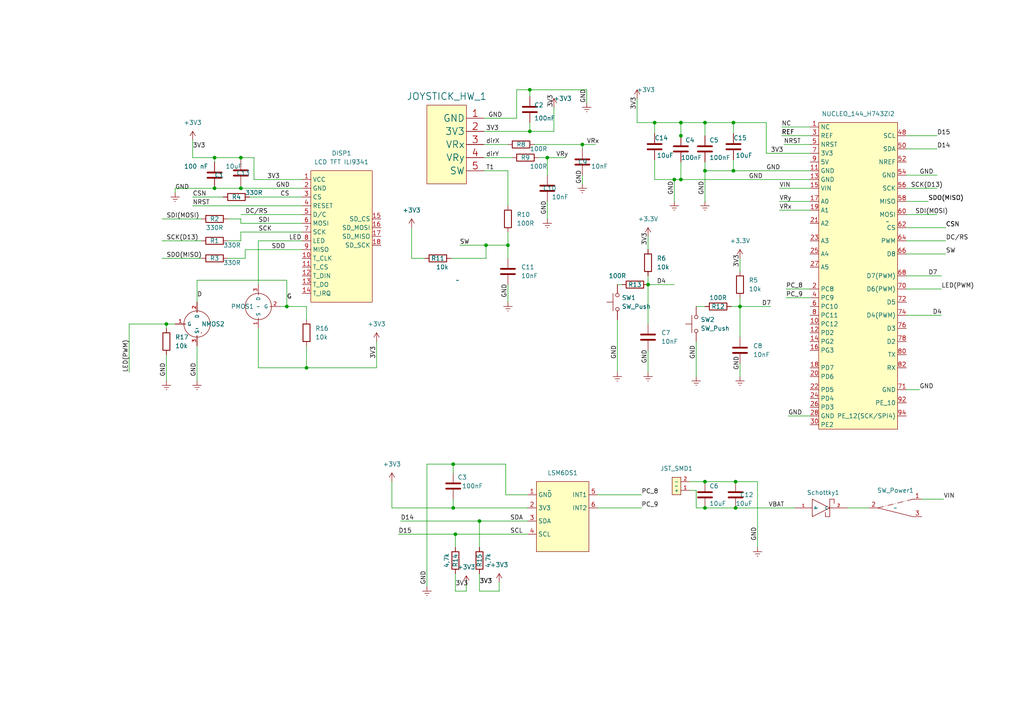
<source format=kicad_sch>
(kicad_sch (version 20230121) (generator eeschema)
  (paper "A4")
  (lib_symbols
    (symbol "BornaLibrary:LCD_TFT_2.4"
      (property "Reference" "DISP" (at 0 -21.59 0))
      (property "Value" "LCD TFT ILI9341" (at 0 -24.13 0))
      (symbol "LCD_TFT_2.4_1_1"
        (rectangle (start -8.89 17.78) (end 8.89 -20.32) (fill (type background)))
        (pin input line (at -11.43 15.24 0) (length 2.54) (name "VCC") (number "1"))
        (pin input line (at -11.43 -7.62 0) (length 2.54) (name "T_CLK") (number "10"))
        (pin input line (at -11.43 -10.16 0) (length 2.54) (name "T_CS") (number "11"))
        (pin input line (at -11.43 -12.7 0) (length 2.54) (name "T_DIN") (number "12"))
        (pin input line (at -11.43 -15.24 0) (length 2.54) (name "T_DO") (number "13"))
        (pin input line (at -11.43 -17.78 0) (length 2.54) (name "T_IRQ") (number "14"))
        (pin input line (at 11.43 3.81 180) (length 2.54) (name "SD_CS") (number "15"))
        (pin input line (at 11.43 1.27 180) (length 2.54) (name "SD_MOSI") (number "16"))
        (pin input line (at 11.43 -1.27 180) (length 2.54) (name "SD_MISO") (number "17"))
        (pin input line (at 11.43 -3.81 180) (length 2.54) (name "SD_SCK") (number "18"))
        (pin input line (at -11.43 12.7 0) (length 2.54) (name "GND") (number "2"))
        (pin input line (at -11.43 10.16 0) (length 2.54) (name "CS") (number "3"))
        (pin input line (at -11.43 7.62 0) (length 2.54) (name "RESET") (number "4"))
        (pin input line (at -11.43 5.08 0) (length 2.54) (name "D/C") (number "5"))
        (pin input line (at -11.43 2.54 0) (length 2.54) (name "MOSI") (number "6"))
        (pin input line (at -11.43 0 0) (length 2.54) (name "SCK") (number "7"))
        (pin input line (at -11.43 -2.54 0) (length 2.54) (name "LED") (number "8"))
        (pin input line (at -11.43 -5.08 0) (length 2.54) (name "MISO") (number "9"))
      )
    )
    (symbol "Device:C" (pin_numbers hide) (pin_names (offset 0.254))
      (property "Reference" "C" (at 0.635 2.54 0))
      (property "Value" "C" (at 0.635 -2.54 0))
      (symbol "C_0_1"
        (polyline (pts (xy -2.032 -0.762) (xy 2.032 -0.762)) (stroke (width 0.508)))
        (polyline (pts (xy -2.032 0.762) (xy 2.032 0.762)) (stroke (width 0.508)))
      )
      (symbol "C_1_1"
        (pin passive line (at 0 3.81 270) (length 2.794) (name "~") (number "1"))
        (pin passive line (at 0 -3.81 90) (length 2.794) (name "~") (number "2"))
      )
    )
    (symbol "Device:R" (pin_numbers hide) (pin_names (offset 0))
      (property "Reference" "R" (at 2.032 0 90))
      (property "Value" "R" (at 0 0 90))
      (symbol "R_0_1"
        (rectangle (start -1.016 -2.54) (end 1.016 2.54) (stroke (width 0.254)))
      )
      (symbol "R_1_1"
        (pin passive line (at 0 3.81 270) (length 1.27) (name "~") (number "1"))
        (pin passive line (at 0 -3.81 90) (length 1.27) (name "~") (number "2"))
      )
    )
    (symbol "JOYSTICK_symbol:joystick_HW_504"
      (property "Reference" "JOYSTICK_HW_504" (at 0.635 16.764 0))
      (symbol "joystick_HW_504_1_1"
        (rectangle (start -6.35 11.43) (end 5.08 -11.43) (fill (type background)))
        (pin input line (at 10.16 7.62 180) (length 5) (name "GND") (number "1"))
        (pin input line (at 10.16 3.81 180) (length 5) (name "3V3") (number "2"))
        (pin input line (at 10.16 0 180) (length 5) (name "VRx") (number "3"))
        (pin input line (at 10.16 -3.81 180) (length 5) (name "VRy") (number "4"))
        (pin input line (at 10.16 -7.62 180) (length 5) (name "SW") (number "5"))
      )
    )
    (symbol "JST:JST"
      (property "Reference" "JST_SMD" (at 0 3.81 0))
      (symbol "JST_1_1"
        (rectangle (start -1.27 2.54) (end 1.27 -2.54) (fill (type background)))
        (pin input line (at 3.81 -1.27 180) (length 2.54) (name "+") (number "1"))
        (pin input line (at 3.81 1.27 180) (length 2.54) (name "-") (number "2"))
      )
    )
    (symbol "LSM6DS3_symbol:LSM6DS3"
      (property "Reference" "LSM6DS3" (at -2.54 10.16 0))
      (symbol "LSM6DS3_1_1"
        (rectangle (start -7.62 8.89) (end 7.62 -11.43) (fill (type background)))
        (pin input line (at -10.16 5.08 0) (length 2.54) (name "GND") (number "1"))
        (pin input line (at -10.16 1.27 0) (length 2.54) (name "3V3") (number "2"))
        (pin input line (at -10.16 -2.54 0) (length 2.54) (name "SDA") (number "3"))
        (pin input line (at -10.16 -6.35 0) (length 2.54) (name "SCL") (number "4"))
        (pin input line (at 10.16 5.08 180) (length 2.54) (name "INT1") (number "5"))
        (pin input line (at 10.16 1.27 180) (length 2.54) (name "INT2") (number "6"))
      )
    )
    (symbol "NMOS_symbol:NMOS"
      (property "Reference" "NMOS" (at 5.08 1.27 0))
      (symbol "NMOS_0_1"
        (circle (center 0 1.27) (radius 3.81))
        (circle (center 1.27 -1.27) (radius 0.0001))
      )
      (symbol "NMOS_1_1"
        (pin input line (at -6.35 1.27 0) (length 3) (name "G") (number "1"))
        (pin input line (at 0 7.62 270) (length 3) (name "D") (number "2"))
        (pin input line (at 0 -5.08 90) (length 3) (name "S") (number "3"))
      )
    )
    (symbol "NUCLEO_SYMBOL:NUCLEO_144"
      (property "Reference" "NUCLEO_144_H743ZI2" (at -0.254 40.894 0))
      (symbol "NUCLEO_144_1_1"
        (rectangle (start -11.43 39.37) (end 11.43 -49.53) (fill (type background)))
        (pin bidirectional line (at -13.97 38.1 0) (length 2.54) (name "NC") (number "1"))
        (pin bidirectional line (at -13.97 -19.05 0) (length 2.54) (name "PC12") (number "10"))
        (pin bidirectional line (at -13.97 25.4 0) (length 2.54) (name "GND") (number "11"))
        (pin bidirectional line (at -13.97 -21.59 0) (length 2.54) (name "PD2") (number "12"))
        (pin bidirectional line (at -13.97 22.86 0) (length 2.54) (name "GND") (number "13"))
        (pin bidirectional line (at -13.97 -24.13 0) (length 2.54) (name "PG2") (number "14"))
        (pin bidirectional line (at -13.97 20.32 0) (length 2.54) (name "VIN") (number "15"))
        (pin bidirectional line (at -13.97 -26.67 0) (length 2.54) (name "PG3") (number "16"))
        (pin bidirectional line (at -13.97 16.51 0) (length 2.54) (name "A0") (number "17"))
        (pin bidirectional line (at -13.97 -31.75 0) (length 2.54) (name "PD7") (number "18"))
        (pin bidirectional line (at -13.97 13.97 0) (length 2.54) (name "A1") (number "19"))
        (pin bidirectional line (at -13.97 -8.89 0) (length 2.54) (name "PC8") (number "2"))
        (pin bidirectional line (at -13.97 -34.29 0) (length 2.54) (name "PD6") (number "20"))
        (pin bidirectional line (at -13.97 10.16 0) (length 2.54) (name "A2") (number "21"))
        (pin bidirectional line (at -13.97 -38.1 0) (length 2.54) (name "PD5") (number "22"))
        (pin bidirectional line (at -13.97 5.08 0) (length 2.54) (name "A3") (number "23"))
        (pin bidirectional line (at -13.97 -40.64 0) (length 2.54) (name "PD4") (number "24"))
        (pin bidirectional line (at -13.97 1.27 0) (length 2.54) (name "A4") (number "25"))
        (pin bidirectional line (at -13.97 -43.18 0) (length 2.54) (name "PD3") (number "26"))
        (pin bidirectional line (at -13.97 -2.54 0) (length 2.54) (name "A5") (number "27"))
        (pin bidirectional line (at -13.97 -45.72 0) (length 2.54) (name "GND") (number "28"))
        (pin bidirectional line (at -13.97 35.56 0) (length 2.54) (name "REF") (number "3"))
        (pin bidirectional line (at -13.97 -48.26 0) (length 2.54) (name "PE2") (number "30"))
        (pin bidirectional line (at -13.97 -11.43 0) (length 2.54) (name "PC9") (number "4"))
        (pin bidirectional line (at 13.97 35.56 180) (length 2.54) (name "SCL") (number "48"))
        (pin input line (at -13.97 33.02 0) (length 2.54) (name "NRST") (number "5"))
        (pin bidirectional line (at 13.97 31.75 180) (length 2.54) (name "SDA") (number "50"))
        (pin bidirectional line (at 13.97 27.94 180) (length 2.54) (name "NREF") (number "52"))
        (pin bidirectional line (at 13.97 24.13 180) (length 2.54) (name "GND") (number "54"))
        (pin bidirectional line (at 13.97 20.32 180) (length 2.54) (name "SCK") (number "56"))
        (pin bidirectional line (at 13.97 16.51 180) (length 2.54) (name "MISO") (number "58"))
        (pin bidirectional line (at -13.97 -13.97 0) (length 2.54) (name "PC10") (number "6"))
        (pin bidirectional line (at 13.97 12.7 180) (length 2.54) (name "MOSI") (number "60"))
        (pin bidirectional line (at 13.97 8.89 180) (length 2.54) (name "CS") (number "62"))
        (pin bidirectional line (at 13.97 5.08 180) (length 2.54) (name "PWM") (number "64"))
        (pin bidirectional line (at 13.97 1.27 180) (length 2.54) (name "D8") (number "66"))
        (pin bidirectional line (at 13.97 -5.08 180) (length 2.54) (name "D7(PWM)") (number "68"))
        (pin bidirectional line (at -13.97 30.48 0) (length 2.54) (name "3V3") (number "7"))
        (pin bidirectional line (at 13.97 -8.89 180) (length 2.54) (name "D6(PWM)") (number "70"))
        (pin bidirectional line (at 13.97 -38.1 180) (length 2.54) (name "GND") (number "71"))
        (pin bidirectional line (at 13.97 -12.7 180) (length 2.54) (name "D5") (number "72"))
        (pin bidirectional line (at 13.97 -16.51 180) (length 2.54) (name "D4(PWM)") (number "74"))
        (pin bidirectional line (at 13.97 -20.32 180) (length 2.54) (name "D3") (number "76"))
        (pin bidirectional line (at 13.97 -24.13 180) (length 2.54) (name "D2") (number "78"))
        (pin bidirectional line (at -13.97 -16.51 0) (length 2.54) (name "PC11") (number "8"))
        (pin bidirectional line (at 13.97 -27.94 180) (length 2.54) (name "TX") (number "80"))
        (pin bidirectional line (at 13.97 -31.75 180) (length 2.54) (name "RX") (number "82"))
        (pin bidirectional line (at -13.97 27.94 0) (length 2.54) (name "5V") (number "9"))
        (pin bidirectional line (at 13.97 -41.91 180) (length 2.54) (name "PE_10") (number "92"))
        (pin bidirectional line (at 13.97 -45.72 180) (length 2.54) (name "PE_12(SCK/SPI4)") (number "94"))
      )
    )
    (symbol "PMOS_symbol:PMOS"
      (property "Reference" "PMOS" (at 7.62 -1.27 0))
      (symbol "PMOS_0_1"
        (circle (center 0 0) (radius 3.81))
      )
      (symbol "PMOS_1_1"
        (pin input line (at 0 6.35 270) (length 3) (name "S") (number "1"))
        (pin input line (at -6.35 0 0) (length 3) (name "G") (number "2"))
        (pin input line (at 0 -6.35 90) (length 3) (name "D") (number "3"))
      )
    )
    (symbol "Power_Switch:P_SW"
      (property "Reference" "Power_Switch" (at 1.1176 5.1308 0))
      (symbol "P_SW_0_1"
        (polyline (pts (xy -5.08 0) (xy 5.08 -2.54)))
      )
      (symbol "P_SW_1_1"
        (polyline (pts (xy -5.08 0) (xy 5.08 2.54)) (stroke (width 0) (type dash_dot)))
        (pin input line (at 7.62 2.54 180) (length 2.54) (name "") (number "1"))
        (pin input line (at -7.62 0 0) (length 2.54) (name "") (number "2"))
        (pin input line (at 7.62 -2.54 180) (length 2.54) (name "") (number "3"))
      )
    )
    (symbol "Schottky_Dsymbol:Schottky_D"
      (property "Reference" "Schottky" (at 0 3.81 0))
      (symbol "Schottky_D_0_1"
        (polyline (pts (xy 5.08 2.54) (xy 5.08 1.27)))
        (polyline (pts (xy -1.27 2.54) (xy -1.27 -2.54) (xy 3.81 0) (xy -1.27 2.54)))
        (polyline (pts (xy 5.08 2.54) (xy 3.81 2.54) (xy 3.81 -2.54) (xy 2.54 -2.54) (xy 2.54 -1.27)))
      )
      (symbol "Schottky_D_1_1"
        (pin input line (at -6.35 0 0) (length 5) (name "A") (number "1"))
        (pin input line (at 8.89 0 180) (length 5) (name "C") (number "2"))
      )
    )
    (symbol "Switch:SW_Push" (pin_numbers hide) (pin_names (offset 1.016) hide)
      (property "Reference" "SW" (at 1.27 2.54 0))
      (property "Value" "SW_Push" (at 0 -1.524 0))
      (symbol "SW_Push_0_1"
        (circle (center -2.032 0) (radius 0.508))
        (polyline (pts (xy 0 1.27) (xy 0 3.048)))
        (polyline (pts (xy 2.54 1.27) (xy -2.54 1.27)))
        (circle (center 2.032 0) (radius 0.508))
        (pin passive line (at -5.08 0 0) (length 2.54) (name "1") (number "1"))
        (pin passive line (at 5.08 0 180) (length 2.54) (name "2") (number "2"))
      )
    )
    (symbol "power:+3.3V" (power) (pin_names (offset 0))
      (property "Value" "+3.3V" (at 0 3.556 0))
      (symbol "+3.3V_0_1"
        (polyline (pts (xy -0.762 1.27) (xy 0 2.54)))
        (polyline (pts (xy 0 0) (xy 0 2.54)))
        (polyline (pts (xy 0 2.54) (xy 0.762 1.27)))
      )
      (symbol "+3.3V_1_1"
        (pin power_in line (at 0 0 90) (length 0) hide (name "+3.3V") (number "1"))
      )
    )
    (symbol "power:+3V3" (power) (pin_names (offset 0))
      (property "Value" "+3V3" (at 0 3.556 0))
      (symbol "+3V3_0_1"
        (polyline (pts (xy -0.762 1.27) (xy 0 2.54)))
        (polyline (pts (xy 0 0) (xy 0 2.54)))
        (polyline (pts (xy 0 2.54) (xy 0.762 1.27)))
      )
      (symbol "+3V3_1_1"
        (pin power_in line (at 0 0 90) (length 0) hide (name "+3V3") (number "1"))
      )
    )
    (symbol "power:Earth" (power) (pin_names (offset 0))
      (symbol "Earth_0_1"
        (polyline (pts (xy -0.635 -1.905) (xy 0.635 -1.905)))
        (polyline (pts (xy -0.127 -2.54) (xy 0.127 -2.54)))
        (polyline (pts (xy 0 -1.27) (xy 0 0)))
        (polyline (pts (xy 1.27 -1.27) (xy -1.27 -1.27)))
      )
      (symbol "Earth_1_1"
        (pin power_in line (at 0 0 270) (length 0) hide (name "Earth") (number "1"))
      )
    )
  )
  (junction (at 212.725 35.56))
  (junction (at 187.96 82.55))
  (junction (at 197.485 39.37))
  (junction (at 204.47 139.7))
  (junction (at 69.85 54.61))
  (junction (at 213.36 139.7))
  (junction (at 204.47 49.53))
  (junction (at 197.485 52.07))
  (junction (at 139.065 151.13))
  (junction (at 153.67 26.035))
  (junction (at 204.47 35.56))
  (junction (at 168.91 41.91))
  (junction (at 48.26 93.98))
  (junction (at 197.485 35.56))
  (junction (at 153.67 38.1))
  (junction (at 131.445 134.62))
  (junction (at 213.36 147.32))
  (junction (at 214.63 88.9))
  (junction (at 204.47 147.32))
  (junction (at 69.85 45.72))
  (junction (at 158.75 45.72))
  (junction (at 147.32 71.12))
  (junction (at 195.58 52.07))
  (junction (at 189.865 35.56))
  (junction (at 131.445 147.32))
  (junction (at 83.185 88.9))
  (junction (at 212.725 49.53))
  (junction (at 132.08 154.94))
  (junction (at 88.9 106.68))
  (junction (at 62.23 54.61))
  (junction (at 140.97 71.12))
  (junction (at 62.23 45.72))
  (wire (pts (xy 213.36 147.32) (xy 230.505 147.32)))
  (wire (pts (xy 226.695 36.83) (xy 234.95 36.83)))
  (wire (pts (xy 130.81 74.93) (xy 140.97 74.93)))
  (wire (pts (xy 74.93 69.85) (xy 74.93 82.55)))
  (wire (pts (xy 153.67 26.035) (xy 153.67 27.94)))
  (wire (pts (xy 197.485 46.99) (xy 197.485 52.07)))
  (wire (pts (xy 87.63 69.85) (xy 74.93 69.85)))
  (wire (pts (xy 184.785 35.56) (xy 189.865 35.56)))
  (wire (pts (xy 71.12 72.39) (xy 71.12 74.93)))
  (wire (pts (xy 154.94 41.91) (xy 168.91 41.91)))
  (wire (pts (xy 149.86 26.035) (xy 153.67 26.035)))
  (wire (pts (xy 187.96 101.6) (xy 187.96 107.95)))
  (wire (pts (xy 168.91 50.8) (xy 168.91 53.34)))
  (wire (pts (xy 132.08 154.94) (xy 153.035 154.94)))
  (wire (pts (xy 48.26 93.98) (xy 48.26 95.25)))
  (wire (pts (xy 88.9 106.68) (xy 109.22 106.68)))
  (wire (pts (xy 262.89 113.03) (xy 266.7 113.03)))
  (wire (pts (xy 69.85 64.77) (xy 69.85 63.5)))
  (wire (pts (xy 184.785 28.575) (xy 184.785 35.56)))
  (wire (pts (xy 153.67 38.1) (xy 160.655 38.1)))
  (wire (pts (xy 144.78 168.91) (xy 144.78 171.45)))
  (wire (pts (xy 201.93 99.06) (xy 201.93 109.22)))
  (wire (pts (xy 48.26 93.98) (xy 50.8 93.98)))
  (wire (pts (xy 147.32 67.31) (xy 147.32 71.12)))
  (wire (pts (xy 69.85 45.72) (xy 73.66 45.72)))
  (wire (pts (xy 46.99 69.85) (xy 58.42 69.85)))
  (wire (pts (xy 214.63 74.93) (xy 214.63 78.74)))
  (wire (pts (xy 226.06 58.42) (xy 234.95 58.42)))
  (wire (pts (xy 158.75 45.72) (xy 158.75 50.8)))
  (wire (pts (xy 234.95 49.53) (xy 212.725 49.53)))
  (wire (pts (xy 48.26 102.87) (xy 48.26 110.49)))
  (wire (pts (xy 170.18 26.035) (xy 170.18 29.845)))
  (wire (pts (xy 227.965 86.36) (xy 234.95 86.36)))
  (wire (pts (xy 83.185 81.28) (xy 83.185 88.9)))
  (wire (pts (xy 197.485 39.37) (xy 197.485 40.005)))
  (wire (pts (xy 139.065 171.45) (xy 144.78 171.45)))
  (wire (pts (xy 168.91 41.91) (xy 172.72 41.91)))
  (wire (pts (xy 133.35 71.12) (xy 140.97 71.12)))
  (wire (pts (xy 195.58 52.07) (xy 195.58 58.42)))
  (wire (pts (xy 55.88 40.64) (xy 55.88 45.72)))
  (wire (pts (xy 131.445 134.62) (xy 123.825 134.62)))
  (wire (pts (xy 214.63 86.36) (xy 214.63 88.9)))
  (wire (pts (xy 72.39 57.15) (xy 87.63 57.15)))
  (wire (pts (xy 88.9 92.71) (xy 88.9 88.9)))
  (wire (pts (xy 69.85 45.72) (xy 69.85 46.355)))
  (wire (pts (xy 212.725 46.355) (xy 212.725 49.53)))
  (wire (pts (xy 139.065 151.13) (xy 153.035 151.13)))
  (wire (pts (xy 156.21 45.72) (xy 158.75 45.72)))
  (wire (pts (xy 69.85 62.23) (xy 87.63 62.23)))
  (wire (pts (xy 131.445 144.78) (xy 131.445 147.32)))
  (wire (pts (xy 234.95 44.45) (xy 222.25 44.45)))
  (wire (pts (xy 87.63 64.77) (xy 69.85 64.77)))
  (wire (pts (xy 158.75 58.42) (xy 158.75 63.5)))
  (wire (pts (xy 132.08 158.75) (xy 132.08 154.94)))
  (wire (pts (xy 197.485 35.56) (xy 204.47 35.56)))
  (wire (pts (xy 262.89 50.8) (xy 271.78 50.8)))
  (wire (pts (xy 197.485 52.07) (xy 234.95 52.07)))
  (wire (pts (xy 200.025 139.7) (xy 204.47 139.7)))
  (wire (pts (xy 140.335 41.91) (xy 147.32 41.91)))
  (wire (pts (xy 132.08 171.45) (xy 135.255 171.45)))
  (wire (pts (xy 168.91 41.91) (xy 168.91 43.18)))
  (wire (pts (xy 153.035 147.32) (xy 131.445 147.32)))
  (wire (pts (xy 140.97 71.12) (xy 140.97 74.93)))
  (wire (pts (xy 116.205 151.13) (xy 139.065 151.13)))
  (wire (pts (xy 204.47 35.56) (xy 204.47 39.37)))
  (wire (pts (xy 228.6 120.65) (xy 234.95 120.65)))
  (wire (pts (xy 57.15 81.28) (xy 83.185 81.28)))
  (wire (pts (xy 55.88 57.15) (xy 64.77 57.15)))
  (wire (pts (xy 113.665 139.7) (xy 113.665 147.32)))
  (wire (pts (xy 204.47 49.53) (xy 204.47 58.42)))
  (wire (pts (xy 119.38 66.04) (xy 119.38 74.93)))
  (wire (pts (xy 227.33 41.91) (xy 234.95 41.91)))
  (wire (pts (xy 158.75 45.72) (xy 163.83 45.72)))
  (wire (pts (xy 57.15 81.28) (xy 57.15 87.63)))
  (wire (pts (xy 37.465 93.98) (xy 48.26 93.98)))
  (wire (pts (xy 140.335 38.1) (xy 153.67 38.1)))
  (wire (pts (xy 187.96 82.55) (xy 187.96 93.98)))
  (wire (pts (xy 69.85 63.5) (xy 66.04 63.5)))
  (wire (pts (xy 69.85 53.975) (xy 69.85 54.61)))
  (wire (pts (xy 201.93 147.32) (xy 204.47 147.32)))
  (wire (pts (xy 173.355 143.51) (xy 186.055 143.51)))
  (wire (pts (xy 132.08 166.37) (xy 132.08 171.45)))
  (wire (pts (xy 227.965 83.82) (xy 234.95 83.82)))
  (wire (pts (xy 204.47 147.32) (xy 213.36 147.32)))
  (wire (pts (xy 197.485 35.56) (xy 197.485 39.37)))
  (wire (pts (xy 153.67 35.56) (xy 153.67 38.1)))
  (wire (pts (xy 88.9 88.9) (xy 83.185 88.9)))
  (wire (pts (xy 245.745 147.32) (xy 252.095 147.32)))
  (wire (pts (xy 262.89 62.23) (xy 271.78 62.23)))
  (wire (pts (xy 139.065 166.37) (xy 139.065 171.45)))
  (wire (pts (xy 179.07 92.71) (xy 179.07 107.95)))
  (wire (pts (xy 46.99 74.93) (xy 58.42 74.93)))
  (wire (pts (xy 226.695 39.37) (xy 234.95 39.37)))
  (wire (pts (xy 69.85 67.31) (xy 87.63 67.31)))
  (wire (pts (xy 37.465 93.98) (xy 37.465 107.95)))
  (wire (pts (xy 212.725 35.56) (xy 204.47 35.56)))
  (wire (pts (xy 87.63 52.07) (xy 73.66 52.07)))
  (wire (pts (xy 149.86 26.035) (xy 149.86 34.29)))
  (wire (pts (xy 262.89 66.04) (xy 274.32 66.04)))
  (wire (pts (xy 212.725 49.53) (xy 204.47 49.53)))
  (wire (pts (xy 69.85 54.61) (xy 87.63 54.61)))
  (wire (pts (xy 212.725 35.56) (xy 212.725 38.735)))
  (wire (pts (xy 214.63 105.41) (xy 214.63 109.22)))
  (wire (pts (xy 153.035 143.51) (xy 146.685 143.51)))
  (wire (pts (xy 83.185 88.9) (xy 81.28 88.9)))
  (wire (pts (xy 160.655 31.115) (xy 160.655 38.1)))
  (wire (pts (xy 189.865 35.56) (xy 197.485 35.56)))
  (wire (pts (xy 55.88 45.72) (xy 62.23 45.72)))
  (wire (pts (xy 222.25 35.56) (xy 212.725 35.56)))
  (wire (pts (xy 147.32 49.53) (xy 147.32 59.69)))
  (wire (pts (xy 262.89 39.37) (xy 271.78 39.37)))
  (wire (pts (xy 113.665 147.32) (xy 131.445 147.32)))
  (wire (pts (xy 153.67 26.035) (xy 170.18 26.035)))
  (wire (pts (xy 262.89 58.42) (xy 269.24 58.42)))
  (wire (pts (xy 62.23 54.61) (xy 50.8 54.61)))
  (wire (pts (xy 57.15 100.33) (xy 57.15 110.49)))
  (wire (pts (xy 140.335 45.72) (xy 148.59 45.72)))
  (wire (pts (xy 147.32 82.55) (xy 147.32 87.63)))
  (wire (pts (xy 189.865 46.355) (xy 189.865 52.07)))
  (wire (pts (xy 212.09 88.9) (xy 214.63 88.9)))
  (wire (pts (xy 262.89 69.85) (xy 274.32 69.85)))
  (wire (pts (xy 74.93 106.68) (xy 88.9 106.68)))
  (wire (pts (xy 140.335 49.53) (xy 147.32 49.53)))
  (wire (pts (xy 88.9 100.33) (xy 88.9 106.68)))
  (wire (pts (xy 262.89 54.61) (xy 271.78 54.61)))
  (wire (pts (xy 214.63 88.9) (xy 223.52 88.9)))
  (wire (pts (xy 201.93 142.24) (xy 201.93 147.32)))
  (wire (pts (xy 131.445 134.62) (xy 131.445 137.16)))
  (wire (pts (xy 214.63 88.9) (xy 214.63 97.79)))
  (wire (pts (xy 146.685 134.62) (xy 131.445 134.62)))
  (wire (pts (xy 187.96 80.01) (xy 187.96 82.55)))
  (wire (pts (xy 226.06 60.96) (xy 234.95 60.96)))
  (wire (pts (xy 62.23 45.72) (xy 69.85 45.72)))
  (wire (pts (xy 146.685 143.51) (xy 146.685 134.62)))
  (wire (pts (xy 187.96 82.55) (xy 195.58 82.55)))
  (wire (pts (xy 204.47 46.99) (xy 204.47 49.53)))
  (wire (pts (xy 62.23 54.61) (xy 69.85 54.61)))
  (wire (pts (xy 204.47 139.7) (xy 213.36 139.7)))
  (wire (pts (xy 74.93 95.25) (xy 74.93 106.68)))
  (wire (pts (xy 69.85 67.31) (xy 69.85 69.85)))
  (wire (pts (xy 189.865 35.56) (xy 189.865 38.735)))
  (wire (pts (xy 46.99 63.5) (xy 58.42 63.5)))
  (wire (pts (xy 147.32 71.12) (xy 147.32 74.93)))
  (wire (pts (xy 213.36 139.7) (xy 219.71 139.7)))
  (wire (pts (xy 262.89 91.44) (xy 273.05 91.44)))
  (wire (pts (xy 262.89 73.66) (xy 274.32 73.66)))
  (wire (pts (xy 262.89 43.18) (xy 271.78 43.18)))
  (wire (pts (xy 262.89 80.01) (xy 273.05 80.01)))
  (wire (pts (xy 115.57 154.94) (xy 132.08 154.94)))
  (wire (pts (xy 140.97 71.12) (xy 147.32 71.12)))
  (wire (pts (xy 139.065 151.13) (xy 139.065 158.75)))
  (wire (pts (xy 267.335 144.78) (xy 273.685 144.78)))
  (wire (pts (xy 123.19 74.93) (xy 119.38 74.93)))
  (wire (pts (xy 189.865 52.07) (xy 195.58 52.07)))
  (wire (pts (xy 62.23 45.72) (xy 62.23 46.99)))
  (wire (pts (xy 55.88 59.69) (xy 87.63 59.69)))
  (wire (pts (xy 50.8 54.61) (xy 50.8 55.88)))
  (wire (pts (xy 195.58 52.07) (xy 197.485 52.07)))
  (wire (pts (xy 66.04 69.85) (xy 69.85 69.85)))
  (wire (pts (xy 179.07 82.55) (xy 180.34 82.55)))
  (wire (pts (xy 173.355 147.32) (xy 186.055 147.32)))
  (wire (pts (xy 87.63 72.39) (xy 71.12 72.39)))
  (wire (pts (xy 66.04 74.93) (xy 71.12 74.93)))
  (wire (pts (xy 226.06 54.61) (xy 234.95 54.61)))
  (wire (pts (xy 135.255 169.545) (xy 135.255 171.45)))
  (wire (pts (xy 262.89 83.82) (xy 273.05 83.82)))
  (wire (pts (xy 200.025 142.24) (xy 201.93 142.24)))
  (wire (pts (xy 187.96 68.58) (xy 187.96 72.39)))
  (wire (pts (xy 219.71 139.7) (xy 219.71 158.75)))
  (wire (pts (xy 123.825 134.62) (xy 123.825 170.18)))
  (wire (pts (xy 109.22 99.06) (xy 109.22 106.68)))
  (wire (pts (xy 222.25 44.45) (xy 222.25 35.56)))
  (wire (pts (xy 140.335 34.29) (xy 149.86 34.29)))
  (wire (pts (xy 201.93 88.9) (xy 204.47 88.9)))
  (wire (pts (xy 73.66 52.07) (xy 73.66 45.72)))
  (label "GND" (at 123.825 169.545 90))
  (label "LED" (at 83.82 69.85 0))
  (label "CSN" (at 274.32 66.04 0))
  (label "SW" (at 274.32 73.66 0))
  (label "3V3" (at 140.97 38.1 0))
  (label "D7" (at 269.24 80.01 0))
  (label "GND" (at 187.96 105.41 90))
  (label "SDO" (at 78.74 72.39 0))
  (label "SDO(MISO)" (at 269.24 58.42 0))
  (label "NRST" (at 227.33 41.91 0))
  (label "GND" (at 195.58 56.515 90))
  (label "D4" (at 270.51 91.44 0))
  (label "GND" (at 168.91 53.34 90))
  (label "3V3" (at 160.655 31.115 90))
  (label "GND" (at 266.7 50.8 0))
  (label "3V3" (at 214.63 77.47 90))
  (label "VRx" (at 170.18 41.91 0))
  (label "SCK(D13)" (at 264.16 54.61 0))
  (label "REF" (at 226.695 39.37 0))
  (label "VIN" (at 273.685 144.78 0))
  (label "DC{slash}RS" (at 274.32 69.85 0))
  (label "GND" (at 80.01 54.61 0))
  (label "D15" (at 115.57 154.94 0))
  (label "GND" (at 228.6 120.65 0))
  (label "3V3" (at 187.96 71.12 90))
  (label "GND" (at 158.75 62.23 90))
  (label "SDI" (at 74.93 64.77 0))
  (label "GND" (at 57.15 109.22 90))
  (label "SCL" (at 147.955 154.94 0))
  (label "SDI(MOSI)" (at 265.43 62.23 0))
  (label "3V3" (at 77.47 52.07 0))
  (label "GND" (at 147.32 86.36 90))
  (label "PC_8" (at 186.055 143.51 0))
  (label "3V3" (at 55.88 43.18 0))
  (label "G" (at 83.185 86.995 0))
  (label "VIN" (at 226.06 54.61 0))
  (label "VRy" (at 161.29 45.72 0))
  (label "CSN" (at 55.88 57.15 0))
  (label "PC_9" (at 227.965 86.36 0))
  (label "dirY" (at 140.97 45.72 0))
  (label "D7" (at 220.98 88.9 0))
  (label "SDI(MOSI)" (at 48.26 63.5 0))
  (label "VRy" (at 226.06 58.42 0))
  (label "GND" (at 222.25 49.53 0))
  (label "GND" (at 141.605 34.29 0))
  (label "GND" (at 217.17 52.07 0))
  (label "LED(PWM)" (at 37.465 107.95 90))
  (label "NC" (at 226.695 36.83 0))
  (label "3V3" (at 139.065 169.545 0))
  (label "GND" (at 201.93 104.14 90))
  (label "D14" (at 116.205 151.13 0))
  (label "dirX" (at 140.97 41.91 0))
  (label "3V3" (at 184.785 31.75 90))
  (label "SDO(MISO)" (at 269.24 58.42 0))
  (label "D" (at 57.15 86.36 0))
  (label "GND" (at 48.26 109.22 90))
  (label "GND" (at 266.7 113.03 0))
  (label "GND" (at 204.47 56.515 90))
  (label "SDA" (at 147.955 151.13 0))
  (label "G" (at 83.185 86.995 0))
  (label "PC_9" (at 186.055 147.32 0))
  (label "D15" (at 271.78 39.37 0))
  (label "SCK" (at 74.93 67.31 0))
  (label "REF" (at 226.695 39.37 0))
  (label "SDO(MISO)" (at 48.26 74.93 0))
  (label "3V3" (at 223.52 44.45 0))
  (label "VRx" (at 226.06 60.96 0))
  (label "D4" (at 190.5 82.55 0))
  (label "3V3" (at 139.065 169.545 0))
  (label "NRST" (at 55.88 59.69 0))
  (label "GND" (at 214.63 107.315 90))
  (label "LED(PWM)" (at 273.05 83.82 0))
  (label "3V3" (at 109.22 100.33 270))
  (label "SW" (at 133.35 71.12 0))
  (label "GND" (at 50.8 55.245 0))
  (label "VBAT" (at 222.885 147.32 0))
  (label "CS" (at 81.28 57.15 0))
  (label "GND" (at 170.18 29.845 90))
  (label "D14" (at 271.78 43.18 0))
  (label "T1" (at 140.97 49.53 0))
  (label "3V3" (at 132.08 170.18 0))
  (label "DC{slash}RS" (at 71.12 62.23 0))
  (label "SCK(D13)" (at 48.26 69.85 0))
  (label "GND" (at 179.07 104.14 90))
  (label "GND" (at 219.71 156.845 90))
  (label "PC_8" (at 227.965 83.82 0))
  (label "CSN" (at 274.32 66.04 0))
  (symbol (lib_id "Device:R") (at 152.4 45.72 270) (unit 1)
    (property "Reference" "R9" (at 152.4 45.72 90))
    (property "Value" "100R" (at 156.21 48.26 90))
    (property "Footprint" "Resistor_SMD:R_0603_1608Metric" (effects hide))
  )
  (symbol (lib_id "Device:C") (at 189.865 42.545 0) (unit 1)
    (property "Reference" "C14" (at 189.865 40.005 0) (effects (justify left)))
    (property "Value" "10uF" (at 190.5 45.085 0) (effects (justify left)))
    (property "Footprint" "Capacitor_SMD:C_1206_3216Metric" (effects hide))
  )
  (symbol (lib_id "Device:C") (at 158.75 54.61 0) (unit 1)
    (property "Reference" "C10" (at 157.48 54.61 0) (effects (justify left)))
    (property "Value" "10nF" (at 160.02 57.15 0) (effects (justify left)))
    (property "Footprint" "Capacitor_SMD:C_0603_1608Metric" (effects hide))
  )
  (symbol (lib_id "power:Earth") (at 50.8 55.88 0) (unit 1)
    (property "Reference" "#PWR011" (effects hide))
    (property "Value" "Earth" (effects hide))
  )
  (symbol (lib_id "Device:R") (at 62.23 69.85 270) (unit 1)
    (property "Reference" "R1" (at 62.23 69.85 90))
    (property "Value" "330R" (at 67.31 71.12 90))
    (property "Footprint" "Resistor_SMD:R_0603_1608Metric" (effects hide))
  )
  (symbol (lib_id "power:+3V3") (at 109.22 99.06 0) (unit 1)
    (property "Reference" "#PWR013" (effects hide))
    (property "Value" "+3V3" (at 109.22 93.98 0))
  )
  (symbol (lib_id "Device:R") (at 187.96 76.2 0) (unit 1)
    (property "Reference" "R6" (at 190.5 74.93 0) (effects (justify left)))
    (property "Value" "10k" (at 190.5 77.47 0) (effects (justify left)))
    (property "Footprint" "Capacitor_SMD:C_0603_1608Metric" (effects hide))
  )
  (symbol (lib_id "NMOS_symbol:NMOS") (at 57.15 95.25 0) (unit 1)
    (property "Reference" "NMOS2" (at 58.42 93.98 0) (effects (justify left)))
    (property "Value" "~" (at 57.15 95.25 0))
    (property "Footprint" "Package_TO_SOT_SMD:SOT-23-3" (effects hide))
  )
  (symbol (lib_id "Device:C") (at 69.85 50.165 180) (unit 1)
    (property "Reference" "C13" (at 68.58 50.165 0) (effects (justify right)))
    (property "Value" "10uF" (at 65.405 48.26 0) (effects (justify right)))
    (property "Footprint" "Capacitor_SMD:C_1206_3216Metric" (effects hide))
  )
  (symbol (lib_id "BornaLibrary:LCD_TFT_2.4") (at 99.06 67.31 0) (unit 1)
    (property "Reference" "DISP1" (at 99.06 44.45 0))
    (property "Value" "LCD TFT ILI9341" (at 99.06 46.99 0))
    (property "Footprint" "BornaKiCad:LCD_TFT_2.4" (effects hide))
  )
  (symbol (lib_id "power:Earth") (at 57.15 110.49 0) (unit 1)
    (property "Reference" "#PWR024" (effects hide))
    (property "Value" "Earth" (effects hide))
  )
  (symbol (lib_id "power:+3V3") (at 113.665 139.7 0) (unit 1)
    (property "Reference" "#PWR04" (effects hide))
    (property "Value" "+3V3" (at 113.665 134.62 0))
  )
  (symbol (lib_id "power:+3V3") (at 55.88 40.64 0) (unit 1)
    (property "Reference" "#PWR01" (effects hide))
    (property "Value" "+3V3" (at 55.88 35.56 0))
  )
  (symbol (lib_id "Device:R") (at 48.26 99.06 180) (unit 1)
    (property "Reference" "R17" (at 50.8 97.79 0) (effects (justify right)))
    (property "Value" "10k" (at 50.8 100.33 0) (effects (justify right)))
    (property "Footprint" "Resistor_SMD:R_0603_1608Metric" (effects hide))
  )
  (symbol (lib_id "Device:R") (at 139.065 162.56 0) (unit 1)
    (property "Reference" "R15" (at 139.065 162.56 90))
    (property "Value" "4,7k" (at 141.605 162.56 90))
    (property "Footprint" "Resistor_SMD:R_0603_1608Metric" (effects hide))
  )
  (symbol (lib_id "power:Earth") (at 204.47 58.42 0) (unit 1)
    (property "Reference" "#PWR019" (effects hide))
    (property "Value" "Earth" (effects hide))
  )
  (symbol (lib_id "Device:R") (at 62.23 63.5 270) (unit 1)
    (property "Reference" "R2" (at 62.23 63.5 90))
    (property "Value" "330R" (at 62.23 66.04 90))
    (property "Footprint" "Resistor_SMD:R_0603_1608Metric" (effects hide))
  )
  (symbol (lib_id "power:Earth") (at 48.26 110.49 0) (unit 1)
    (property "Reference" "#PWR025" (effects hide))
    (property "Value" "Earth" (effects hide))
  )
  (symbol (lib_id "Device:R") (at 127 74.93 270) (unit 1)
    (property "Reference" "R11" (at 127 74.93 90))
    (property "Value" "10k" (at 128.27 77.47 90))
    (property "Footprint" "Resistor_SMD:R_0603_1608Metric" (effects hide))
  )
  (symbol (lib_id "power:+3V3") (at 160.655 31.115 0) (unit 1)
    (property "Reference" "#PWR03" (effects hide))
    (property "Value" "+3V3" (at 163.195 28.575 0))
  )
  (symbol (lib_id "Device:C") (at 187.96 97.79 0) (unit 1)
    (property "Reference" "C7" (at 191.77 96.52 0) (effects (justify left)))
    (property "Value" "10nF" (at 191.77 99.06 0) (effects (justify left)))
    (property "Footprint" "Capacitor_SMD:C_0603_1608Metric" (effects hide))
  )
  (symbol (lib_id "PMOS_symbol:PMOS") (at 74.93 88.9 180) (unit 1)
    (property "Reference" "PMOS1" (at 73.66 88.9 0) (effects (justify left)))
    (property "Value" "~" (at 74.93 88.9 0))
    (property "Footprint" "Package_TO_SOT_SMD:SOT-23-3" (effects hide))
  )
  (symbol (lib_id "power:+3V3") (at 184.785 28.575 0) (unit 1)
    (property "Reference" "#PWR02" (effects hide))
    (property "Value" "+3V3" (at 187.325 26.035 0))
  )
  (symbol (lib_id "Device:C") (at 197.485 43.18 0) (unit 1)
    (property "Reference" "C4" (at 198.755 40.64 0) (effects (justify left)))
    (property "Value" "100nF" (at 197.485 45.72 0) (effects (justify left)))
    (property "Footprint" "Capacitor_SMD:C_0603_1608Metric" (effects hide))
  )
  (symbol (lib_id "Device:R") (at 68.58 57.15 90) (unit 1)
    (property "Reference" "R4" (at 68.58 57.15 90))
    (property "Value" "330R" (at 73.66 55.88 90))
    (property "Footprint" "Resistor_SMD:R_0603_1608Metric" (effects hide))
  )
  (symbol (lib_id "power:Earth") (at 170.18 29.845 0) (unit 1)
    (property "Reference" "#PWR08" (effects hide))
    (property "Value" "Earth" (effects hide))
  )
  (symbol (lib_id "Device:C") (at 212.725 42.545 0) (unit 1)
    (property "Reference" "C15" (at 212.725 40.005 0) (effects (justify left)))
    (property "Value" "10uF" (at 213.36 45.085 0) (effects (justify left)))
    (property "Footprint" "Capacitor_SMD:C_1206_3216Metric" (effects hide))
  )
  (symbol (lib_id "Device:R") (at 214.63 82.55 0) (unit 1)
    (property "Reference" "R5" (at 217.17 81.28 0) (effects (justify left)))
    (property "Value" "10k" (at 217.17 83.82 0) (effects (justify left)))
    (property "Footprint" "Capacitor_SMD:C_0603_1608Metric" (effects hide))
  )
  (symbol (lib_id "Device:C") (at 213.36 143.51 0) (unit 1)
    (property "Reference" "C12" (at 214.63 143.51 0) (effects (justify left)))
    (property "Value" "10uF" (at 213.36 146.05 0) (effects (justify left)))
    (property "Footprint" "Capacitor_SMD:C_1206_3216Metric" (effects hide))
  )
  (symbol (lib_id "Device:R") (at 132.08 162.56 180) (unit 1)
    (property "Reference" "R14" (at 132.08 162.56 90))
    (property "Value" "4,7k" (at 129.54 162.56 90))
    (property "Footprint" "Resistor_SMD:R_0603_1608Metric" (effects hide))
  )
  (symbol (lib_id "power:Earth") (at 123.825 170.18 0) (unit 1)
    (property "Reference" "#PWR022" (effects hide))
    (property "Value" "Earth" (effects hide))
  )
  (symbol (lib_id "Device:C") (at 204.47 43.18 0) (unit 1)
    (property "Reference" "C5" (at 205.74 40.64 0) (effects (justify left)))
    (property "Value" "100nF" (at 205.74 45.72 0) (effects (justify left)))
    (property "Footprint" "Capacitor_SMD:C_0603_1608Metric" (effects hide))
  )
  (symbol (lib_id "Device:C") (at 168.91 46.99 0) (unit 1)
    (property "Reference" "C9" (at 167.64 46.99 0) (effects (justify left)))
    (property "Value" "10nF" (at 171.45 48.26 0) (effects (justify left)))
    (property "Footprint" "Capacitor_SMD:C_0603_1608Metric" (effects hide))
  )
  (symbol (lib_id "Schottky_Dsymbol:Schottky_D") (at 236.855 147.32 0) (unit 1)
    (property "Reference" "Schottky1" (at 238.76 142.875 0))
    (property "Value" "~" (at 236.855 147.32 0))
    (property "Footprint" "Schottky_D:Schottky_D" (effects hide))
  )
  (symbol (lib_id "power:+3V3") (at 135.255 169.545 0) (unit 1)
    (property "Reference" "#PWR018" (effects hide))
    (property "Value" "+3V3" (at 135.255 164.465 0))
  )
  (symbol (lib_id "Device:C") (at 214.63 101.6 0) (unit 1)
    (property "Reference" "C8" (at 218.44 100.33 0) (effects (justify left)))
    (property "Value" "10nF" (at 218.44 102.87 0) (effects (justify left)))
    (property "Footprint" "Capacitor_SMD:C_0603_1608Metric" (effects hide))
  )
  (symbol (lib_id "Device:C") (at 204.47 143.51 0) (unit 1)
    (property "Reference" "C6" (at 205.74 140.97 0) (effects (justify left)))
    (property "Value" "10uF" (at 205.74 146.05 0) (effects (justify left)))
    (property "Footprint" "Capacitor_SMD:C_1206_3216Metric" (effects hide))
  )
  (symbol (lib_id "Power_Switch:P_SW") (at 259.715 147.32 0) (unit 1)
    (property "Reference" "SW_Power1" (at 259.715 142.24 0))
    (property "Value" "~" (at 259.715 147.32 0))
    (property "Footprint" "Power_Switch:Power_Switch" (effects hide))
  )
  (symbol (lib_id "power:+3V3") (at 119.38 66.04 0) (unit 1)
    (property "Reference" "#PWR014" (effects hide))
    (property "Value" "+3V3" (at 119.38 60.96 0))
  )
  (symbol (lib_id "Device:C") (at 131.445 140.97 0) (unit 1)
    (property "Reference" "C3" (at 132.715 138.43 0) (effects (justify left)))
    (property "Value" "100nF" (at 133.985 140.97 0) (effects (justify left)))
    (property "Footprint" "Capacitor_SMD:C_0603_1608Metric" (effects hide))
  )
  (symbol (lib_id "NUCLEO_SYMBOL:NUCLEO_144") (at 248.92 74.93 0) (unit 1)
    (property "Reference" "NUCLEO_144_H743ZI2" (at 248.92 33.02 0))
    (property "Value" "~" (at 257.429 64.262 0))
    (property "Footprint" "NUCLEO_PCB:NUCLEO_PCB" (effects hide))
  )
  (symbol (lib_id "power:Earth") (at 195.58 58.42 0) (unit 1)
    (property "Reference" "#PWR026" (effects hide))
    (property "Value" "Earth" (effects hide))
  )
  (symbol (lib_id "power:Earth") (at 187.96 107.95 0) (unit 1)
    (property "Reference" "#PWR020" (effects hide))
    (property "Value" "Earth" (effects hide))
  )
  (symbol (lib_id "Device:C") (at 62.23 50.8 0) (unit 1)
    (property "Reference" "C1" (at 62.23 50.8 0) (effects (justify left)))
    (property "Value" "100 nF" (at 53.34 48.26 0) (effects (justify left)))
    (property "Footprint" "Capacitor_SMD:C_0603_1608Metric" (effects hide))
  )
  (symbol (lib_id "Switch:SW_Push") (at 201.93 93.98 90) (unit 1)
    (property "Reference" "SW2" (at 203.2 92.71 90) (effects (justify right)))
    (property "Value" "SW_Push" (at 203.2 95.25 90) (effects (justify right)))
    (property "Footprint" "Button_Switch_SMD:SW_SPST_SKQG_WithoutStem" (effects hide))
  )
  (symbol (lib_id "power:+3V3") (at 144.78 168.91 0) (unit 1)
    (property "Reference" "#PWR016" (effects hide))
    (property "Value" "+3V3" (at 144.78 163.83 0))
  )
  (symbol (lib_id "Device:R") (at 62.23 74.93 90) (unit 1)
    (property "Reference" "R3" (at 62.23 74.93 90))
    (property "Value" "330R" (at 67.31 76.2 90))
    (property "Footprint" "Resistor_SMD:R_0603_1608Metric" (effects hide))
  )
  (symbol (lib_id "power:+3.3V") (at 214.63 74.93 0) (unit 1)
    (property "Reference" "#PWR017" (effects hide))
    (property "Value" "+3.3V" (at 214.63 69.85 0))
  )
  (symbol (lib_id "power:Earth") (at 158.75 63.5 0) (unit 1)
    (property "Reference" "#PWR06" (effects hide))
    (property "Value" "Earth" (effects hide))
  )
  (symbol (lib_id "Device:R") (at 147.32 63.5 180) (unit 1)
    (property "Reference" "R10" (at 149.86 62.23 0) (effects (justify right)))
    (property "Value" "100R" (at 149.86 64.77 0) (effects (justify right)))
    (property "Footprint" "Resistor_SMD:R_0603_1608Metric" (effects hide))
  )
  (symbol (lib_id "power:Earth") (at 179.07 107.95 0) (unit 1)
    (property "Reference" "#PWR010" (effects hide))
    (property "Value" "Earth" (effects hide))
  )
  (symbol (lib_id "Device:C") (at 153.67 31.75 0) (unit 1)
    (property "Reference" "C2" (at 154.94 30.48 0) (effects (justify left)))
    (property "Value" "100nF" (at 154.94 34.29 0) (effects (justify left)))
    (property "Footprint" "Capacitor_SMD:C_0603_1608Metric" (effects hide))
  )
  (symbol (lib_id "power:Earth") (at 219.71 158.75 0) (unit 1)
    (property "Reference" "#PWR012" (effects hide))
    (property "Value" "Earth" (effects hide))
  )
  (symbol (lib_id "Device:R") (at 88.9 96.52 180) (unit 1)
    (property "Reference" "R16" (at 91.44 95.25 0) (effects (justify right)))
    (property "Value" "10k" (at 91.44 97.79 0) (effects (justify right)))
    (property "Footprint" "Resistor_SMD:R_0603_1608Metric" (effects hide))
  )
  (symbol (lib_id "Device:R") (at 184.15 82.55 90) (unit 1)
    (property "Reference" "R13" (at 184.15 82.55 90))
    (property "Value" "100R" (at 179.07 80.01 90))
    (property "Footprint" "Resistor_SMD:R_0603_1608Metric" (effects hide))
  )
  (symbol (lib_id "Device:C") (at 147.32 78.74 0) (unit 1)
    (property "Reference" "C11" (at 151.13 77.47 0) (effects (justify left)))
    (property "Value" "10nF" (at 151.13 80.01 0) (effects (justify left)))
    (property "Footprint" "Capacitor_SMD:C_0603_1608Metric" (effects hide))
  )
  (symbol (lib_id "JST:JST") (at 196.215 140.97 0) (unit 1)
    (property "Reference" "JST_SMD1" (at 196.215 135.89 0))
    (property "Value" "~" (at 196.215 140.97 0))
    (property "Footprint" "JST_connector_SMD:JST_SMD" (effects hide))
  )
  (symbol (lib_id "Device:R") (at 151.13 41.91 90) (unit 1)
    (property "Reference" "R8" (at 151.13 41.91 90))
    (property "Value" "100R" (at 156.21 43.18 90))
    (property "Footprint" "Resistor_SMD:R_0603_1608Metric" (effects hide))
  )
  (symbol (lib_id "JOYSTICK_symbol:joystick_HW_504") (at 130.175 41.91 0) (unit 1)
    (property "Reference" "JOYSTICK_HW_1" (at 129.58 27.94 0) (effects (font (size 2 2))))
    (property "Value" "~" (at 132.715 81.28 0))
    (property "Footprint" "JOYSTICK:JOYSTICK" (effects hide))
  )
  (symbol (lib_id "power:Earth") (at 214.63 109.22 0) (unit 1)
    (property "Reference" "#PWR021" (effects hide))
    (property "Value" "Earth" (effects hide))
  )
  (symbol (lib_id "LSM6DS3_symbol:LSM6DS3") (at 163.195 148.59 0) (unit 1)
    (property "Reference" "LSM6DS1" (at 163.195 137.16 0))
    (property "Value" "~" (at 159.385 142.24 0))
    (property "Footprint" "LSMDS3_akceleometar_žiroskop:LSM6DS3" (effects hide))
  )
  (symbol (lib_id "power:Earth") (at 201.93 109.22 0) (unit 1)
    (property "Reference" "#PWR023" (effects hide))
    (property "Value" "Earth" (effects hide))
  )
  (symbol (lib_id "Switch:SW_Push") (at 179.07 87.63 90) (unit 1)
    (property "Reference" "SW1" (at 180.34 86.36 90) (effects (justify right)))
    (property "Value" "SW_Push" (at 180.34 88.9 90) (effects (justify right)))
    (property "Footprint" "Button_Switch_SMD:SW_SPST_SKQG_WithoutStem" (effects hide))
  )
  (symbol (lib_id "power:Earth") (at 168.91 53.34 0) (unit 1)
    (property "Reference" "#PWR05" (effects hide))
    (property "Value" "Earth" (effects hide))
  )
  (symbol (lib_id "power:Earth") (at 147.32 87.63 0) (unit 1)
    (property "Reference" "#PWR07" (effects hide))
    (property "Value" "Earth" (effects hide))
  )
  (symbol (lib_id "power:+3.3V") (at 187.96 68.58 0) (unit 1)
    (property "Reference" "#PWR015" (effects hide))
    (property "Value" "+3.3V" (at 187.96 63.5 0))
  )
  (symbol (lib_id "Device:R") (at 208.28 88.9 90) (unit 1)
    (property "Reference" "R12" (at 208.28 88.9 90))
    (property "Value" "100R" (at 208.28 86.36 90))
    (property "Footprint" "Resistor_SMD:R_0603_1608Metric" (effects hide))
  )
)
</source>
